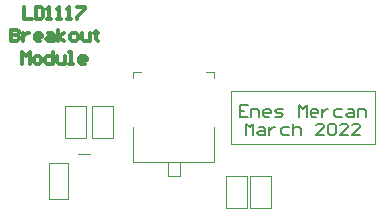
<source format=gto>
G04*
G04 #@! TF.GenerationSoftware,Altium Limited,Altium Designer,22.3.1 (43)*
G04*
G04 Layer_Color=65535*
%FSLAX25Y25*%
%MOIN*%
G70*
G04*
G04 #@! TF.SameCoordinates,C0C3DF6B-F1DF-4303-8154-4598C75E5984*
G04*
G04*
G04 #@! TF.FilePolarity,Positive*
G04*
G01*
G75*
%ADD10C,0.00394*%
%ADD11C,0.00630*%
%ADD12C,0.01181*%
D10*
X134547Y19685D02*
X136909D01*
Y37402D01*
X135335D02*
X136909D01*
Y32972D02*
Y37205D01*
Y20276D02*
Y24508D01*
X88878Y19685D02*
Y37402D01*
Y19685D02*
X134547D01*
X136909Y24508D02*
Y32972D01*
X88878Y37402D02*
X135335D01*
X33728Y21787D02*
X40831D01*
X33728D02*
Y32441D01*
X40831D01*
Y21787D02*
Y32441D01*
X49831Y21787D02*
Y32441D01*
X42728D02*
X49831D01*
X42728Y21787D02*
Y32441D01*
Y21787D02*
X49831D01*
X95236Y9008D02*
X102339D01*
Y-1646D02*
Y9008D01*
X95236Y-1646D02*
X102339D01*
X95236D02*
Y9008D01*
X87236Y-1587D02*
Y9067D01*
Y-1587D02*
X94339D01*
Y9067D01*
X87236D02*
X94339D01*
X38091Y16535D02*
X42028D01*
X28248Y1575D02*
X34547D01*
Y13386D01*
X28248D02*
X34547D01*
X28248Y1575D02*
Y13386D01*
X68012Y9055D02*
Y13780D01*
Y9055D02*
X71949D01*
Y13780D01*
X56463Y43823D02*
X59169D01*
X56464Y13780D02*
Y25591D01*
Y13780D02*
X83484D01*
Y25591D01*
X56463Y41835D02*
Y43823D01*
X80791D02*
X83498D01*
Y41835D02*
Y43823D01*
D11*
X94527Y32848D02*
X91903D01*
Y28912D01*
X94527D01*
X91903Y30880D02*
X93215D01*
X95839Y28912D02*
Y31536D01*
X97807D01*
X98463Y30880D01*
Y28912D01*
X101742D02*
X100431D01*
X99775Y29568D01*
Y30880D01*
X100431Y31536D01*
X101742D01*
X102398Y30880D01*
Y30224D01*
X99775D01*
X103710Y28912D02*
X105678D01*
X106334Y29568D01*
X105678Y30224D01*
X104366D01*
X103710Y30880D01*
X104366Y31536D01*
X106334D01*
X111582Y28912D02*
Y32848D01*
X112894Y31536D01*
X114206Y32848D01*
Y28912D01*
X117485D02*
X116174D01*
X115517Y29568D01*
Y30880D01*
X116174Y31536D01*
X117485D01*
X118141Y30880D01*
Y30224D01*
X115517D01*
X119453Y31536D02*
Y28912D01*
Y30224D01*
X120109Y30880D01*
X120765Y31536D01*
X121421D01*
X126013D02*
X124045D01*
X123389Y30880D01*
Y29568D01*
X124045Y28912D01*
X126013D01*
X127981Y31536D02*
X129293D01*
X129949Y30880D01*
Y28912D01*
X127981D01*
X127325Y29568D01*
X127981Y30224D01*
X129949D01*
X131261Y28912D02*
Y31536D01*
X133228D01*
X133884Y30880D01*
Y28912D01*
X93871Y22677D02*
Y26613D01*
X95183Y25301D01*
X96495Y26613D01*
Y22677D01*
X98463Y25301D02*
X99775D01*
X100431Y24645D01*
Y22677D01*
X98463D01*
X97807Y23333D01*
X98463Y23989D01*
X100431D01*
X101742Y25301D02*
Y22677D01*
Y23989D01*
X102398Y24645D01*
X103054Y25301D01*
X103710D01*
X108302D02*
X106334D01*
X105678Y24645D01*
Y23333D01*
X106334Y22677D01*
X108302D01*
X109614Y26613D02*
Y22677D01*
Y24645D01*
X110270Y25301D01*
X111582D01*
X112238Y24645D01*
Y22677D01*
X120109D02*
X117485D01*
X120109Y25301D01*
Y25957D01*
X119453Y26613D01*
X118141D01*
X117485Y25957D01*
X121421D02*
X122077Y26613D01*
X123389D01*
X124045Y25957D01*
Y23333D01*
X123389Y22677D01*
X122077D01*
X121421Y23333D01*
Y25957D01*
X127981Y22677D02*
X125357D01*
X127981Y25301D01*
Y25957D01*
X127325Y26613D01*
X126013D01*
X125357Y25957D01*
X131916Y22677D02*
X129293D01*
X131916Y25301D01*
Y25957D01*
X131261Y26613D01*
X129949D01*
X129293Y25957D01*
D12*
X19920Y65508D02*
Y61572D01*
X22544D01*
X23856Y65508D02*
Y61572D01*
X25824D01*
X26480Y62228D01*
Y64851D01*
X25824Y65508D01*
X23856D01*
X27792Y61572D02*
X29104D01*
X28448D01*
Y65508D01*
X27792Y64851D01*
X31072Y61572D02*
X32383D01*
X31727D01*
Y65508D01*
X31072Y64851D01*
X34351Y61572D02*
X35663D01*
X35007D01*
Y65508D01*
X34351Y64851D01*
X37631Y65508D02*
X40255D01*
Y64851D01*
X37631Y62228D01*
Y61572D01*
X15657Y57950D02*
Y54014D01*
X17625D01*
X18280Y54670D01*
Y55326D01*
X17625Y55982D01*
X15657D01*
X17625D01*
X18280Y56638D01*
Y57294D01*
X17625Y57950D01*
X15657D01*
X19592Y56638D02*
Y54014D01*
Y55326D01*
X20248Y55982D01*
X20904Y56638D01*
X21560D01*
X25496Y54014D02*
X24184D01*
X23528Y54670D01*
Y55982D01*
X24184Y56638D01*
X25496D01*
X26152Y55982D01*
Y55326D01*
X23528D01*
X28120Y56638D02*
X29432D01*
X30088Y55982D01*
Y54014D01*
X28120D01*
X27464Y54670D01*
X28120Y55326D01*
X30088D01*
X31400Y54014D02*
Y57950D01*
Y55326D02*
X33367Y56638D01*
X31400Y55326D02*
X33367Y54014D01*
X35991D02*
X37303D01*
X37959Y54670D01*
Y55982D01*
X37303Y56638D01*
X35991D01*
X35335Y55982D01*
Y54670D01*
X35991Y54014D01*
X39271Y56638D02*
Y54670D01*
X39927Y54014D01*
X41895D01*
Y56638D01*
X43863Y57294D02*
Y56638D01*
X43207D01*
X44519D01*
X43863D01*
Y54670D01*
X44519Y54014D01*
X19264Y46457D02*
Y50392D01*
X20576Y49081D01*
X21888Y50392D01*
Y46457D01*
X23856D02*
X25168D01*
X25824Y47113D01*
Y48425D01*
X25168Y49081D01*
X23856D01*
X23200Y48425D01*
Y47113D01*
X23856Y46457D01*
X29760Y50392D02*
Y46457D01*
X27792D01*
X27136Y47113D01*
Y48425D01*
X27792Y49081D01*
X29760D01*
X31072D02*
Y47113D01*
X31727Y46457D01*
X33695D01*
Y49081D01*
X35007Y46457D02*
X36319D01*
X35663D01*
Y50392D01*
X35007D01*
X40255Y46457D02*
X38943D01*
X38287Y47113D01*
Y48425D01*
X38943Y49081D01*
X40255D01*
X40911Y48425D01*
Y47769D01*
X38287D01*
M02*

</source>
